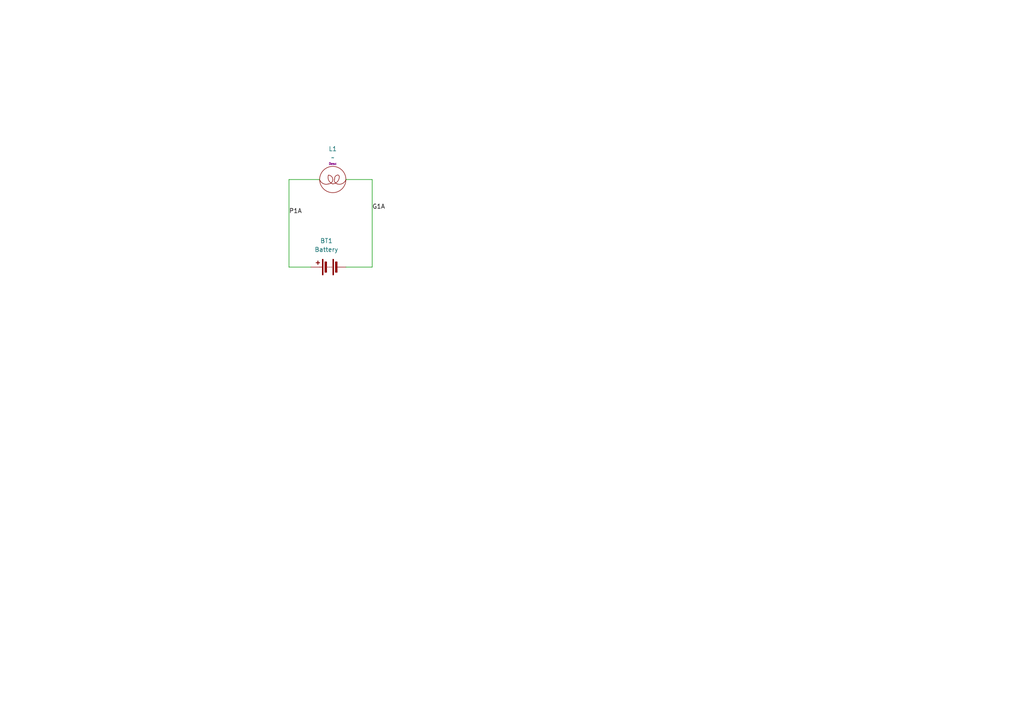
<source format=kicad_sch>
(kicad_sch
	(version 20250114)
	(generator "eeschema")
	(generator_version "9.0")
	(uuid "77759b33-0f9c-4337-acd4-306a7841bf13")
	(paper "A4")
	(lib_symbols
		(symbol "AeroElectricConnectionSymbols:Lamp"
			(pin_numbers
				(hide yes)
			)
			(pin_names
				(hide yes)
			)
			(exclude_from_sim no)
			(in_bom yes)
			(on_board yes)
			(property "Reference" "L"
				(at 0 6.096 0)
				(effects
					(font
						(size 1.27 1.27)
					)
				)
			)
			(property "Value" ""
				(at 0 0 90)
				(effects
					(font
						(size 1.27 1.27)
					)
				)
			)
			(property "Footprint" ""
				(at 0 0 90)
				(effects
					(font
						(size 1.27 1.27)
					)
					(hide yes)
				)
			)
			(property "Datasheet" ""
				(at 0 0 90)
				(effects
					(font
						(size 1.27 1.27)
					)
					(hide yes)
				)
			)
			(property "Description" "Desc"
				(at 0 4.572 0)
				(do_not_autoplace)
				(effects
					(font
						(size 0.635 0.635)
					)
				)
			)
			(symbol "Lamp_0_1"
				(arc
					(start -1.27 -1.27)
					(mid -2.803 -1.1611)
					(end -3.81 0)
					(stroke
						(width 0)
						(type default)
					)
					(fill
						(type none)
					)
				)
				(arc
					(start 0 0)
					(mid -0.372 -0.898)
					(end -1.27 -1.27)
					(stroke
						(width 0)
						(type default)
					)
					(fill
						(type none)
					)
				)
				(arc
					(start -1.27 1.27)
					(mid -0.372 0.898)
					(end 0 0)
					(stroke
						(width 0)
						(type default)
					)
					(fill
						(type none)
					)
				)
				(arc
					(start 1.8758 0.9538)
					(mid 1.3985 -0.5466)
					(end 0 -1.27)
					(stroke
						(width 0)
						(type default)
					)
					(fill
						(type none)
					)
				)
				(circle
					(center 0 0)
					(radius 3.81)
					(stroke
						(width 0)
						(type default)
					)
					(fill
						(type none)
					)
				)
				(arc
					(start 0 -1.27)
					(mid -1.1611 -0.263)
					(end -1.27 1.27)
					(stroke
						(width 0)
						(type default)
					)
					(fill
						(type none)
					)
				)
				(arc
					(start 1.3671 1.3353)
					(mid 1.6919 1.2279)
					(end 1.844 0.922)
					(stroke
						(width 0)
						(type default)
					)
					(fill
						(type none)
					)
				)
				(arc
					(start 0.5722 0.1271)
					(mid 0.6847 0.8428)
					(end 1.27 1.27)
					(stroke
						(width 0)
						(type default)
					)
					(fill
						(type none)
					)
				)
				(arc
					(start 1.27 -1.27)
					(mid 0.6002 -0.7291)
					(end 0.5086 0.1271)
					(stroke
						(width 0)
						(type default)
					)
					(fill
						(type none)
					)
				)
				(arc
					(start 3.81 0)
					(mid 2.803 -1.1611)
					(end 1.27 -1.27)
					(stroke
						(width 0)
						(type default)
					)
					(fill
						(type none)
					)
				)
			)
			(symbol "Lamp_1_1"
				(pin passive line
					(at -3.81 0 0)
					(length 0)
					(name "In"
						(effects
							(font
								(size 1.27 1.27)
							)
						)
					)
					(number "1"
						(effects
							(font
								(size 1.27 1.27)
							)
						)
					)
				)
				(pin passive line
					(at 3.81 0 180)
					(length 0)
					(name "Out"
						(effects
							(font
								(size 1.27 1.27)
							)
						)
					)
					(number "2"
						(effects
							(font
								(size 1.27 1.27)
							)
						)
					)
				)
			)
			(embedded_fonts no)
		)
		(symbol "Device:Battery"
			(pin_numbers
				(hide yes)
			)
			(pin_names
				(offset 0)
				(hide yes)
			)
			(exclude_from_sim no)
			(in_bom yes)
			(on_board yes)
			(property "Reference" "BT"
				(at 2.54 2.54 0)
				(effects
					(font
						(size 1.27 1.27)
					)
					(justify left)
				)
			)
			(property "Value" "Battery"
				(at 2.54 0 0)
				(effects
					(font
						(size 1.27 1.27)
					)
					(justify left)
				)
			)
			(property "Footprint" ""
				(at 0 1.524 90)
				(effects
					(font
						(size 1.27 1.27)
					)
					(hide yes)
				)
			)
			(property "Datasheet" "~"
				(at 0 1.524 90)
				(effects
					(font
						(size 1.27 1.27)
					)
					(hide yes)
				)
			)
			(property "Description" "Multiple-cell battery"
				(at 0 0 0)
				(effects
					(font
						(size 1.27 1.27)
					)
					(hide yes)
				)
			)
			(property "ki_keywords" "batt voltage-source cell"
				(at 0 0 0)
				(effects
					(font
						(size 1.27 1.27)
					)
					(hide yes)
				)
			)
			(symbol "Battery_0_1"
				(rectangle
					(start -2.286 1.778)
					(end 2.286 1.524)
					(stroke
						(width 0)
						(type default)
					)
					(fill
						(type outline)
					)
				)
				(rectangle
					(start -2.286 -1.27)
					(end 2.286 -1.524)
					(stroke
						(width 0)
						(type default)
					)
					(fill
						(type outline)
					)
				)
				(rectangle
					(start -1.524 1.016)
					(end 1.524 0.508)
					(stroke
						(width 0)
						(type default)
					)
					(fill
						(type outline)
					)
				)
				(rectangle
					(start -1.524 -2.032)
					(end 1.524 -2.54)
					(stroke
						(width 0)
						(type default)
					)
					(fill
						(type outline)
					)
				)
				(polyline
					(pts
						(xy 0 1.778) (xy 0 2.54)
					)
					(stroke
						(width 0)
						(type default)
					)
					(fill
						(type none)
					)
				)
				(polyline
					(pts
						(xy 0 0) (xy 0 0.254)
					)
					(stroke
						(width 0)
						(type default)
					)
					(fill
						(type none)
					)
				)
				(polyline
					(pts
						(xy 0 -0.508) (xy 0 -0.254)
					)
					(stroke
						(width 0)
						(type default)
					)
					(fill
						(type none)
					)
				)
				(polyline
					(pts
						(xy 0 -1.016) (xy 0 -0.762)
					)
					(stroke
						(width 0)
						(type default)
					)
					(fill
						(type none)
					)
				)
				(polyline
					(pts
						(xy 0.762 3.048) (xy 1.778 3.048)
					)
					(stroke
						(width 0.254)
						(type default)
					)
					(fill
						(type none)
					)
				)
				(polyline
					(pts
						(xy 1.27 3.556) (xy 1.27 2.54)
					)
					(stroke
						(width 0.254)
						(type default)
					)
					(fill
						(type none)
					)
				)
			)
			(symbol "Battery_1_1"
				(pin passive line
					(at 0 5.08 270)
					(length 2.54)
					(name "+"
						(effects
							(font
								(size 1.27 1.27)
							)
						)
					)
					(number "1"
						(effects
							(font
								(size 1.27 1.27)
							)
						)
					)
				)
				(pin passive line
					(at 0 -5.08 90)
					(length 2.54)
					(name "-"
						(effects
							(font
								(size 1.27 1.27)
							)
						)
					)
					(number "2"
						(effects
							(font
								(size 1.27 1.27)
							)
						)
					)
				)
			)
			(embedded_fonts no)
		)
	)
	(wire
		(pts
			(xy 83.82 52.07) (xy 92.71 52.07)
		)
		(stroke
			(width 0)
			(type default)
		)
		(uuid "0ed4cddd-6a3a-4c19-b7d6-4bb20dd7ebbd")
	)
	(wire
		(pts
			(xy 100.33 77.47) (xy 107.95 77.47)
		)
		(stroke
			(width 0)
			(type default)
		)
		(uuid "238fad63-442b-4a0d-8a1d-127f43a0cb0b")
	)
	(wire
		(pts
			(xy 100.33 52.07) (xy 107.95 52.07)
		)
		(stroke
			(width 0)
			(type default)
		)
		(uuid "505d1aef-e33b-4b22-a5dc-6f340ca9159f")
	)
	(wire
		(pts
			(xy 107.95 52.07) (xy 107.95 77.47)
		)
		(stroke
			(width 0)
			(type default)
		)
		(uuid "7de438b4-7841-4ce7-bb85-ac2d0864e2aa")
	)
	(wire
		(pts
			(xy 90.17 77.47) (xy 83.82 77.47)
		)
		(stroke
			(width 0)
			(type default)
		)
		(uuid "9c1de1ec-8401-474c-be63-ee891e080fcf")
	)
	(wire
		(pts
			(xy 83.82 77.47) (xy 83.82 52.07)
		)
		(stroke
			(width 0)
			(type default)
		)
		(uuid "dc5a8319-93d4-4af6-82cc-a8783f844b01")
	)
	(label "G1A"
		(at 107.95 60.96 0)
		(effects
			(font
				(size 1.27 1.27)
			)
			(justify left bottom)
		)
		(uuid "4c75cce0-2c4a-4ce2-be43-76f5f6f3eb7b")
	)
	(label "P1A"
		(at 83.82 62.23 0)
		(effects
			(font
				(size 1.27 1.27)
			)
			(justify left bottom)
		)
		(uuid "6f3d3761-21f8-4300-8c4a-d6c34511f3f4")
	)
	(symbol
		(lib_id "Device:Battery")
		(at 95.25 77.47 90)
		(unit 1)
		(exclude_from_sim no)
		(in_bom yes)
		(on_board yes)
		(dnp no)
		(fields_autoplaced yes)
		(uuid "028846d9-a6f8-4001-a8de-13fb5c844305")
		(property "Reference" "BT1"
			(at 94.6785 69.85 90)
			(effects
				(font
					(size 1.27 1.27)
				)
			)
		)
		(property "Value" "Battery"
			(at 94.6785 72.39 90)
			(effects
				(font
					(size 1.27 1.27)
				)
			)
		)
		(property "Footprint" "|(10,0,0)S40"
			(at 93.726 77.47 90)
			(effects
				(font
					(size 1.27 1.27)
				)
				(hide yes)
			)
		)
		(property "Datasheet" "~"
			(at 93.726 77.47 90)
			(effects
				(font
					(size 1.27 1.27)
				)
				(hide yes)
			)
		)
		(property "Description" "Multiple-cell battery"
			(at 95.25 77.47 0)
			(effects
				(font
					(size 1.27 1.27)
				)
				(hide yes)
			)
		)
		(pin "1"
			(uuid "81f46404-38d3-497d-bc55-c3f6338fe510")
		)
		(pin "2"
			(uuid "5e928770-4fac-48b9-8998-0e6782301319")
		)
		(instances
			(project ""
				(path "/77759b33-0f9c-4337-acd4-306a7841bf13"
					(reference "BT1")
					(unit 1)
				)
			)
		)
	)
	(symbol
		(lib_id "AeroElectricConnectionSymbols:Lamp")
		(at 96.52 52.07 0)
		(unit 1)
		(exclude_from_sim no)
		(in_bom yes)
		(on_board yes)
		(dnp no)
		(fields_autoplaced yes)
		(uuid "8e0591e2-ea7a-43fc-a307-3d9efb9059de")
		(property "Reference" "L1"
			(at 96.52 43.18 0)
			(effects
				(font
					(size 1.27 1.27)
				)
			)
		)
		(property "Value" "~"
			(at 96.52 45.72 0)
			(effects
				(font
					(size 1.27 1.27)
				)
			)
		)
		(property "Footprint" "|(20,0,0)L1.5"
			(at 96.52 52.07 90)
			(effects
				(font
					(size 1.27 1.27)
				)
				(hide yes)
			)
		)
		(property "Datasheet" ""
			(at 96.52 52.07 90)
			(effects
				(font
					(size 1.27 1.27)
				)
				(hide yes)
			)
		)
		(property "Description" "Desc"
			(at 96.52 47.498 0)
			(do_not_autoplace yes)
			(effects
				(font
					(size 0.635 0.635)
				)
			)
		)
		(pin "1"
			(uuid "69c1e684-5506-4357-bc9a-0e1eafe9f22f")
		)
		(pin "2"
			(uuid "61acf421-fd6b-4aae-add3-44444622c5f6")
		)
		(instances
			(project ""
				(path "/77759b33-0f9c-4337-acd4-306a7841bf13"
					(reference "L1")
					(unit 1)
				)
			)
		)
	)
	(sheet_instances
		(path "/"
			(page "1")
		)
	)
	(embedded_fonts no)
)

</source>
